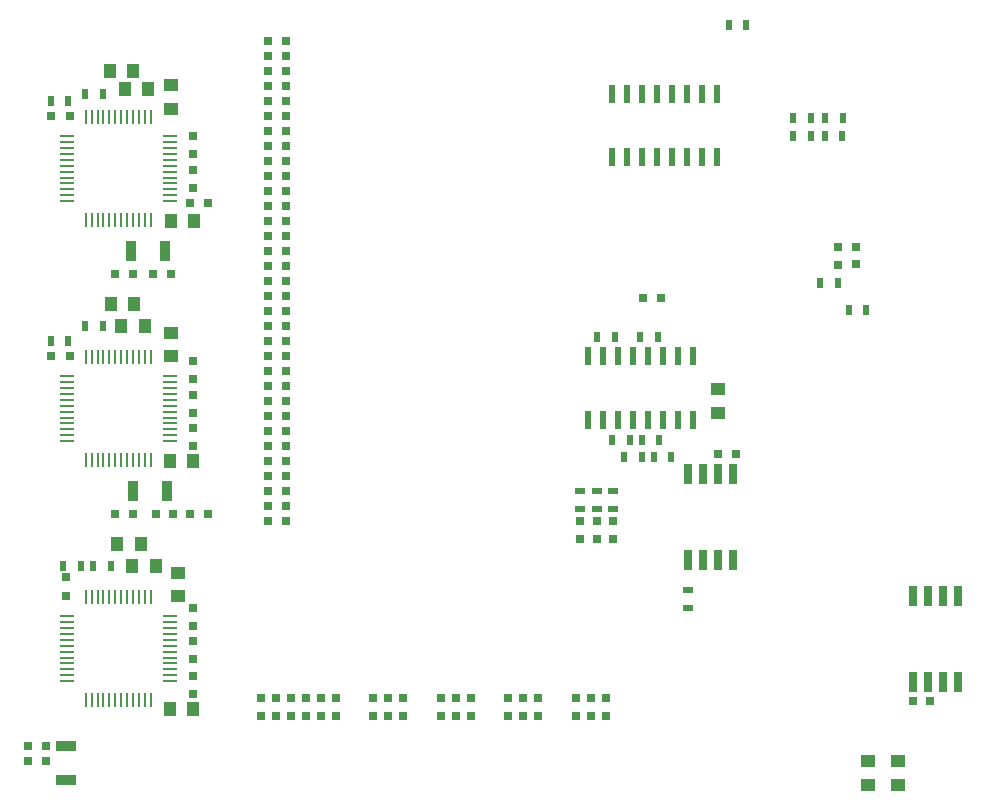
<source format=gbp>
G04 #@! TF.FileFunction,Paste,Bot*
%FSLAX46Y46*%
G04 Gerber Fmt 4.6, Leading zero omitted, Abs format (unit mm)*
G04 Created by KiCad (PCBNEW 4.0.6) date Mon Jan  8 22:22:41 2018*
%MOMM*%
%LPD*%
G01*
G04 APERTURE LIST*
%ADD10C,0.100000*%
%ADD11R,0.800000X0.750000*%
%ADD12R,1.250000X1.000000*%
%ADD13R,1.000000X1.250000*%
%ADD14R,0.750000X0.800000*%
%ADD15R,0.800000X0.800000*%
%ADD16R,0.500000X0.900000*%
%ADD17R,0.900000X1.700000*%
%ADD18R,1.700000X0.900000*%
%ADD19R,0.900000X0.500000*%
%ADD20R,1.300000X0.250000*%
%ADD21R,0.250000X1.300000*%
%ADD22R,0.600000X1.500000*%
%ADD23R,0.650000X1.700000*%
G04 APERTURE END LIST*
D10*
D11*
X67715000Y-68580000D03*
X69215000Y-68580000D03*
X72620000Y-68580000D03*
X71120000Y-68580000D03*
D12*
X72390000Y-53245000D03*
X72390000Y-55245000D03*
D13*
X68215000Y-52705000D03*
X70215000Y-52705000D03*
D14*
X74295000Y-57150000D03*
X74295000Y-55650000D03*
X74295000Y-62865000D03*
X74295000Y-61365000D03*
X74295000Y-58559000D03*
X74295000Y-60059000D03*
D13*
X72295000Y-64135000D03*
X74295000Y-64135000D03*
X69310000Y-50800000D03*
X67310000Y-50800000D03*
D11*
X60325000Y-88265000D03*
X61825000Y-88265000D03*
X60325000Y-89535000D03*
X61825000Y-89535000D03*
D12*
X73025000Y-73565000D03*
X73025000Y-75565000D03*
D13*
X69120000Y-73025000D03*
X71120000Y-73025000D03*
D14*
X74295000Y-78105000D03*
X74295000Y-76605000D03*
X74295000Y-83820000D03*
X74295000Y-82320000D03*
X74295000Y-79375000D03*
X74295000Y-80875000D03*
D13*
X72295000Y-85090000D03*
X74295000Y-85090000D03*
X69850000Y-71120000D03*
X67850000Y-71120000D03*
D11*
X67715000Y-48260000D03*
X69215000Y-48260000D03*
X72390000Y-48260000D03*
X70890000Y-48260000D03*
D12*
X72390000Y-32290000D03*
X72390000Y-34290000D03*
D13*
X68485000Y-32639000D03*
X70485000Y-32639000D03*
D14*
X74295000Y-38100000D03*
X74295000Y-36600000D03*
D11*
X75541000Y-42291000D03*
X74041000Y-42291000D03*
D14*
X74295000Y-39497000D03*
X74295000Y-40997000D03*
D13*
X72390000Y-43815000D03*
X74390000Y-43815000D03*
X69215000Y-31115000D03*
X67215000Y-31115000D03*
D11*
X82145000Y-28575000D03*
X80645000Y-28575000D03*
X82145000Y-29845000D03*
X80645000Y-29845000D03*
X80645000Y-42545000D03*
X82145000Y-42545000D03*
X82145000Y-31115000D03*
X80645000Y-31115000D03*
X80645000Y-43815000D03*
X82145000Y-43815000D03*
X82145000Y-32385000D03*
X80645000Y-32385000D03*
X80645000Y-45085000D03*
X82145000Y-45085000D03*
X82145000Y-33655000D03*
X80645000Y-33655000D03*
X80645000Y-46355000D03*
X82145000Y-46355000D03*
X82145000Y-34925000D03*
X80645000Y-34925000D03*
X80645000Y-47625000D03*
X82145000Y-47625000D03*
X82145000Y-36195000D03*
X80645000Y-36195000D03*
X80645000Y-48895000D03*
X82145000Y-48895000D03*
X82145000Y-37465000D03*
X80645000Y-37465000D03*
X80645000Y-50165000D03*
X82145000Y-50165000D03*
X82145000Y-38735000D03*
X80645000Y-38735000D03*
X82145000Y-40005000D03*
X80645000Y-40005000D03*
X82145000Y-41275000D03*
X80645000Y-41275000D03*
X82145000Y-51435000D03*
X80645000Y-51435000D03*
X82145000Y-52705000D03*
X80645000Y-52705000D03*
X80645000Y-65405000D03*
X82145000Y-65405000D03*
X82145000Y-53975000D03*
X80645000Y-53975000D03*
X80645000Y-66675000D03*
X82145000Y-66675000D03*
X82145000Y-55245000D03*
X80645000Y-55245000D03*
X80645000Y-67945000D03*
X82145000Y-67945000D03*
X82145000Y-56515000D03*
X80645000Y-56515000D03*
X80645000Y-69215000D03*
X82145000Y-69215000D03*
X82145000Y-57785000D03*
X80645000Y-57785000D03*
X82145000Y-59055000D03*
X80645000Y-59055000D03*
X82145000Y-60325000D03*
X80645000Y-60325000D03*
X82145000Y-61595000D03*
X80645000Y-61595000D03*
X74065000Y-68580000D03*
X75565000Y-68580000D03*
X82145000Y-62865000D03*
X80645000Y-62865000D03*
X82145000Y-64135000D03*
X80645000Y-64135000D03*
D14*
X109220000Y-85725000D03*
X109220000Y-84225000D03*
X107950000Y-85725000D03*
X107950000Y-84225000D03*
X89535000Y-84225000D03*
X89535000Y-85725000D03*
X106680000Y-85725000D03*
X106680000Y-84225000D03*
X86360000Y-84225000D03*
X86360000Y-85725000D03*
X103505000Y-85725000D03*
X103505000Y-84225000D03*
X85090000Y-84225000D03*
X85090000Y-85725000D03*
X102235000Y-85725000D03*
X102235000Y-84225000D03*
X83820000Y-84225000D03*
X83820000Y-85725000D03*
X100965000Y-85725000D03*
X100965000Y-84225000D03*
X82550000Y-84225000D03*
X82550000Y-85725000D03*
X97790000Y-85725000D03*
X97790000Y-84225000D03*
X81280000Y-84225000D03*
X81280000Y-85725000D03*
X96520000Y-85725000D03*
X96520000Y-84225000D03*
X80010000Y-84225000D03*
X80010000Y-85725000D03*
X95250000Y-85725000D03*
X95250000Y-84225000D03*
X92075000Y-85725000D03*
X92075000Y-84225000D03*
X90805000Y-85725000D03*
X90805000Y-84225000D03*
D12*
X118745000Y-60039000D03*
X118745000Y-58039000D03*
X133985000Y-89535000D03*
X133985000Y-91535000D03*
X131445000Y-89535000D03*
X131445000Y-91535000D03*
D11*
X118745000Y-63500000D03*
X120245000Y-63500000D03*
X136703500Y-84455000D03*
X135203500Y-84455000D03*
D14*
X109855000Y-69215000D03*
X109855000Y-70715000D03*
X107061000Y-69215000D03*
X107061000Y-70715000D03*
X108458000Y-69215000D03*
X108458000Y-70715000D03*
X130429000Y-47474000D03*
X130429000Y-45974000D03*
X128905000Y-47498000D03*
X128905000Y-45998000D03*
D15*
X62230000Y-55245000D03*
X63830000Y-55245000D03*
X63500000Y-73965000D03*
X63500000Y-75565000D03*
X62230000Y-34925000D03*
X63830000Y-34925000D03*
D16*
X127786000Y-35052000D03*
X129286000Y-35052000D03*
X126619000Y-36576000D03*
X125119000Y-36576000D03*
X127762000Y-36576000D03*
X129262000Y-36576000D03*
X126619000Y-35052000D03*
X125119000Y-35052000D03*
X121134000Y-27178000D03*
X119634000Y-27178000D03*
D17*
X72115000Y-66675000D03*
X69215000Y-66675000D03*
D16*
X63730000Y-53975000D03*
X62230000Y-53975000D03*
X65175000Y-52705000D03*
X66675000Y-52705000D03*
D18*
X63500000Y-91165000D03*
X63500000Y-88265000D03*
D16*
X64770000Y-73025000D03*
X63270000Y-73025000D03*
X65810000Y-73025000D03*
X67310000Y-73025000D03*
D17*
X71935000Y-46355000D03*
X69035000Y-46355000D03*
D16*
X63730000Y-33655000D03*
X62230000Y-33655000D03*
X65175000Y-33020000D03*
X66675000Y-33020000D03*
D19*
X116205000Y-76581000D03*
X116205000Y-75081000D03*
D16*
X113284000Y-63754000D03*
X114784000Y-63754000D03*
X111252000Y-62357000D03*
X109752000Y-62357000D03*
X109982000Y-53594000D03*
X108482000Y-53594000D03*
X112165000Y-53594000D03*
X113665000Y-53594000D03*
X112268000Y-62357000D03*
X113768000Y-62357000D03*
X112268000Y-63754000D03*
X110768000Y-63754000D03*
D19*
X109855000Y-68175000D03*
X109855000Y-66675000D03*
X107061000Y-68175000D03*
X107061000Y-66675000D03*
X108458000Y-68175000D03*
X108458000Y-66675000D03*
D16*
X131294000Y-51308000D03*
X129794000Y-51308000D03*
X128881000Y-49022000D03*
X127381000Y-49022000D03*
D20*
X72295000Y-56940000D03*
X72295000Y-57440000D03*
X72295000Y-57940000D03*
X72295000Y-58440000D03*
X72295000Y-58940000D03*
X72295000Y-59440000D03*
X72295000Y-59940000D03*
X72295000Y-60440000D03*
X72295000Y-60940000D03*
X72295000Y-61440000D03*
X72295000Y-61940000D03*
X72295000Y-62440000D03*
D21*
X70695000Y-64040000D03*
X70195000Y-64040000D03*
X69695000Y-64040000D03*
X69195000Y-64040000D03*
X68695000Y-64040000D03*
X68195000Y-64040000D03*
X67695000Y-64040000D03*
X67195000Y-64040000D03*
X66695000Y-64040000D03*
X66195000Y-64040000D03*
X65695000Y-64040000D03*
X65195000Y-64040000D03*
D20*
X63595000Y-62440000D03*
X63595000Y-61940000D03*
X63595000Y-61440000D03*
X63595000Y-60940000D03*
X63595000Y-60440000D03*
X63595000Y-59940000D03*
X63595000Y-59440000D03*
X63595000Y-58940000D03*
X63595000Y-58440000D03*
X63595000Y-57940000D03*
X63595000Y-57440000D03*
X63595000Y-56940000D03*
D21*
X65195000Y-55340000D03*
X65695000Y-55340000D03*
X66195000Y-55340000D03*
X66695000Y-55340000D03*
X67195000Y-55340000D03*
X67695000Y-55340000D03*
X68195000Y-55340000D03*
X68695000Y-55340000D03*
X69195000Y-55340000D03*
X69695000Y-55340000D03*
X70195000Y-55340000D03*
X70695000Y-55340000D03*
D20*
X72295000Y-77260000D03*
X72295000Y-77760000D03*
X72295000Y-78260000D03*
X72295000Y-78760000D03*
X72295000Y-79260000D03*
X72295000Y-79760000D03*
X72295000Y-80260000D03*
X72295000Y-80760000D03*
X72295000Y-81260000D03*
X72295000Y-81760000D03*
X72295000Y-82260000D03*
X72295000Y-82760000D03*
D21*
X70695000Y-84360000D03*
X70195000Y-84360000D03*
X69695000Y-84360000D03*
X69195000Y-84360000D03*
X68695000Y-84360000D03*
X68195000Y-84360000D03*
X67695000Y-84360000D03*
X67195000Y-84360000D03*
X66695000Y-84360000D03*
X66195000Y-84360000D03*
X65695000Y-84360000D03*
X65195000Y-84360000D03*
D20*
X63595000Y-82760000D03*
X63595000Y-82260000D03*
X63595000Y-81760000D03*
X63595000Y-81260000D03*
X63595000Y-80760000D03*
X63595000Y-80260000D03*
X63595000Y-79760000D03*
X63595000Y-79260000D03*
X63595000Y-78760000D03*
X63595000Y-78260000D03*
X63595000Y-77760000D03*
X63595000Y-77260000D03*
D21*
X65195000Y-75660000D03*
X65695000Y-75660000D03*
X66195000Y-75660000D03*
X66695000Y-75660000D03*
X67195000Y-75660000D03*
X67695000Y-75660000D03*
X68195000Y-75660000D03*
X68695000Y-75660000D03*
X69195000Y-75660000D03*
X69695000Y-75660000D03*
X70195000Y-75660000D03*
X70695000Y-75660000D03*
D20*
X72295000Y-36620000D03*
X72295000Y-37120000D03*
X72295000Y-37620000D03*
X72295000Y-38120000D03*
X72295000Y-38620000D03*
X72295000Y-39120000D03*
X72295000Y-39620000D03*
X72295000Y-40120000D03*
X72295000Y-40620000D03*
X72295000Y-41120000D03*
X72295000Y-41620000D03*
X72295000Y-42120000D03*
D21*
X70695000Y-43720000D03*
X70195000Y-43720000D03*
X69695000Y-43720000D03*
X69195000Y-43720000D03*
X68695000Y-43720000D03*
X68195000Y-43720000D03*
X67695000Y-43720000D03*
X67195000Y-43720000D03*
X66695000Y-43720000D03*
X66195000Y-43720000D03*
X65695000Y-43720000D03*
X65195000Y-43720000D03*
D20*
X63595000Y-42120000D03*
X63595000Y-41620000D03*
X63595000Y-41120000D03*
X63595000Y-40620000D03*
X63595000Y-40120000D03*
X63595000Y-39620000D03*
X63595000Y-39120000D03*
X63595000Y-38620000D03*
X63595000Y-38120000D03*
X63595000Y-37620000D03*
X63595000Y-37120000D03*
X63595000Y-36620000D03*
D21*
X65195000Y-35020000D03*
X65695000Y-35020000D03*
X66195000Y-35020000D03*
X66695000Y-35020000D03*
X67195000Y-35020000D03*
X67695000Y-35020000D03*
X68195000Y-35020000D03*
X68695000Y-35020000D03*
X69195000Y-35020000D03*
X69695000Y-35020000D03*
X70195000Y-35020000D03*
X70695000Y-35020000D03*
D22*
X116586000Y-60645000D03*
X115316000Y-60645000D03*
X114046000Y-60645000D03*
X112776000Y-60645000D03*
X111506000Y-60645000D03*
X110236000Y-60645000D03*
X108966000Y-60645000D03*
X107696000Y-60645000D03*
X107696000Y-55245000D03*
X108966000Y-55245000D03*
X110236000Y-55245000D03*
X111506000Y-55245000D03*
X112776000Y-55245000D03*
X114046000Y-55245000D03*
X115316000Y-55245000D03*
X116586000Y-55245000D03*
X118618000Y-38420000D03*
X117348000Y-38420000D03*
X116078000Y-38420000D03*
X114808000Y-38420000D03*
X113538000Y-38420000D03*
X112268000Y-38420000D03*
X110998000Y-38420000D03*
X109728000Y-38420000D03*
X109728000Y-33020000D03*
X110998000Y-33020000D03*
X112268000Y-33020000D03*
X113538000Y-33020000D03*
X114808000Y-33020000D03*
X116078000Y-33020000D03*
X117348000Y-33020000D03*
X118618000Y-33020000D03*
D11*
X113895000Y-50292000D03*
X112395000Y-50292000D03*
D23*
X116205000Y-65217000D03*
X117475000Y-65217000D03*
X118745000Y-65217000D03*
X120015000Y-65217000D03*
X120015000Y-72517000D03*
X118745000Y-72517000D03*
X117475000Y-72517000D03*
X116205000Y-72517000D03*
X139065000Y-82865000D03*
X137795000Y-82865000D03*
X136525000Y-82865000D03*
X135255000Y-82865000D03*
X135255000Y-75565000D03*
X136525000Y-75565000D03*
X137795000Y-75565000D03*
X139065000Y-75565000D03*
M02*

</source>
